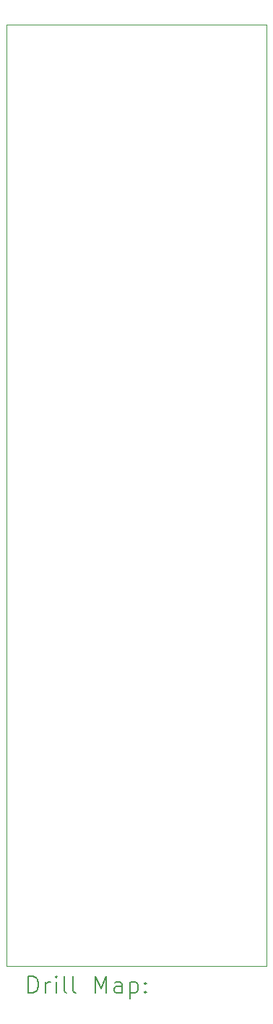
<source format=gbr>
%TF.GenerationSoftware,KiCad,Pcbnew,(6.0.9)*%
%TF.CreationDate,2022-11-24T13:14:17-08:00*%
%TF.ProjectId,vcf-20,7663662d-3230-42e6-9b69-6361645f7063,rev?*%
%TF.SameCoordinates,Original*%
%TF.FileFunction,Drillmap*%
%TF.FilePolarity,Positive*%
%FSLAX45Y45*%
G04 Gerber Fmt 4.5, Leading zero omitted, Abs format (unit mm)*
G04 Created by KiCad (PCBNEW (6.0.9)) date 2022-11-24 13:14:17*
%MOMM*%
%LPD*%
G01*
G04 APERTURE LIST*
%ADD10C,0.050000*%
%ADD11C,0.200000*%
G04 APERTURE END LIST*
D10*
X3048000Y-988500D02*
X3048000Y-11988500D01*
X0Y-11988500D02*
X3048000Y-11988500D01*
X0Y-988500D02*
X0Y-11988500D01*
X0Y-988500D02*
X3048000Y-988500D01*
D11*
X255119Y-12301476D02*
X255119Y-12101476D01*
X302738Y-12101476D01*
X331310Y-12111000D01*
X350357Y-12130048D01*
X359881Y-12149095D01*
X369405Y-12187190D01*
X369405Y-12215762D01*
X359881Y-12253857D01*
X350357Y-12272905D01*
X331310Y-12291952D01*
X302738Y-12301476D01*
X255119Y-12301476D01*
X455119Y-12301476D02*
X455119Y-12168143D01*
X455119Y-12206238D02*
X464643Y-12187190D01*
X474167Y-12177667D01*
X493214Y-12168143D01*
X512262Y-12168143D01*
X578929Y-12301476D02*
X578929Y-12168143D01*
X578929Y-12101476D02*
X569405Y-12111000D01*
X578929Y-12120524D01*
X588452Y-12111000D01*
X578929Y-12101476D01*
X578929Y-12120524D01*
X702738Y-12301476D02*
X683690Y-12291952D01*
X674167Y-12272905D01*
X674167Y-12101476D01*
X807500Y-12301476D02*
X788452Y-12291952D01*
X778928Y-12272905D01*
X778928Y-12101476D01*
X1036071Y-12301476D02*
X1036071Y-12101476D01*
X1102738Y-12244333D01*
X1169405Y-12101476D01*
X1169405Y-12301476D01*
X1350357Y-12301476D02*
X1350357Y-12196714D01*
X1340833Y-12177667D01*
X1321786Y-12168143D01*
X1283690Y-12168143D01*
X1264643Y-12177667D01*
X1350357Y-12291952D02*
X1331310Y-12301476D01*
X1283690Y-12301476D01*
X1264643Y-12291952D01*
X1255119Y-12272905D01*
X1255119Y-12253857D01*
X1264643Y-12234809D01*
X1283690Y-12225286D01*
X1331310Y-12225286D01*
X1350357Y-12215762D01*
X1445595Y-12168143D02*
X1445595Y-12368143D01*
X1445595Y-12177667D02*
X1464643Y-12168143D01*
X1502738Y-12168143D01*
X1521786Y-12177667D01*
X1531309Y-12187190D01*
X1540833Y-12206238D01*
X1540833Y-12263381D01*
X1531309Y-12282428D01*
X1521786Y-12291952D01*
X1502738Y-12301476D01*
X1464643Y-12301476D01*
X1445595Y-12291952D01*
X1626548Y-12282428D02*
X1636071Y-12291952D01*
X1626548Y-12301476D01*
X1617024Y-12291952D01*
X1626548Y-12282428D01*
X1626548Y-12301476D01*
X1626548Y-12177667D02*
X1636071Y-12187190D01*
X1626548Y-12196714D01*
X1617024Y-12187190D01*
X1626548Y-12177667D01*
X1626548Y-12196714D01*
M02*

</source>
